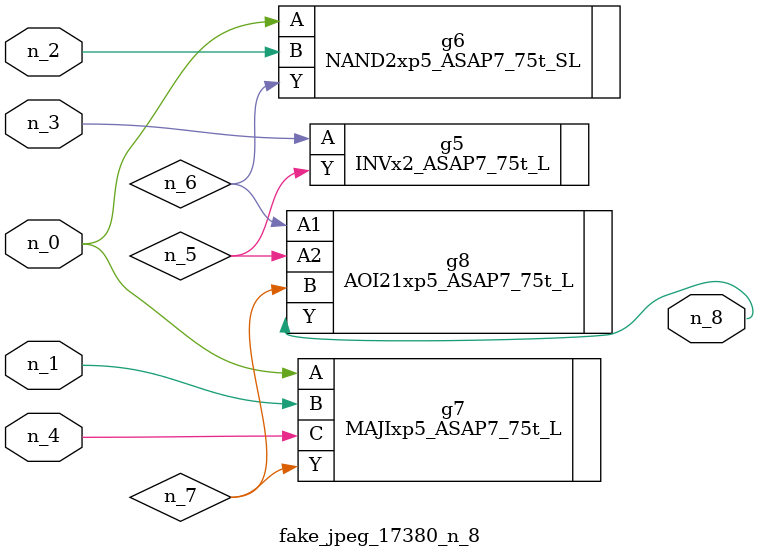
<source format=v>
module fake_jpeg_17380_n_8 (n_3, n_2, n_1, n_0, n_4, n_8);

input n_3;
input n_2;
input n_1;
input n_0;
input n_4;

output n_8;

wire n_6;
wire n_5;
wire n_7;

INVx2_ASAP7_75t_L g5 ( 
.A(n_3),
.Y(n_5)
);

NAND2xp5_ASAP7_75t_SL g6 ( 
.A(n_0),
.B(n_2),
.Y(n_6)
);

MAJIxp5_ASAP7_75t_L g7 ( 
.A(n_0),
.B(n_1),
.C(n_4),
.Y(n_7)
);

AOI21xp5_ASAP7_75t_L g8 ( 
.A1(n_6),
.A2(n_5),
.B(n_7),
.Y(n_8)
);


endmodule
</source>
